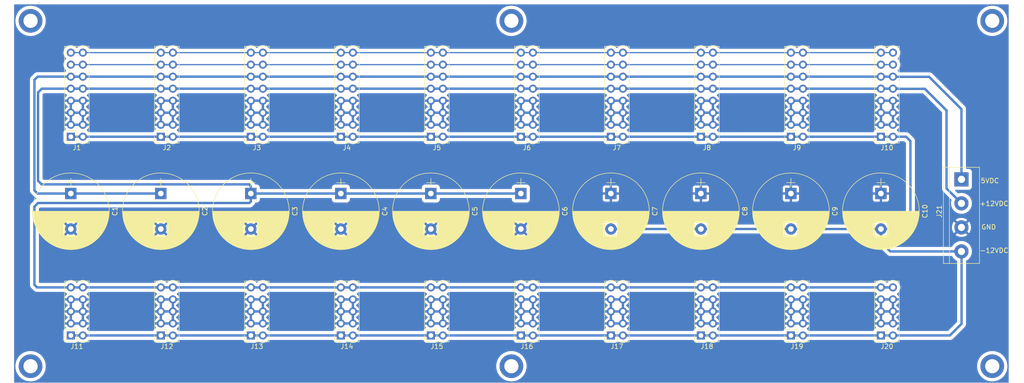
<source format=kicad_pcb>
(kicad_pcb (version 20241229) (generator "pcbnew") (generator_version "9.0")
  (layers (0 "F.Cu" signal) (2 "B.Cu" signal) (13 "F.Paste" user) (15 "B.Paste" user) (5 "F.SilkS" user "F.Silkscreen") (7 "B.SilkS" user "B.Silkscreen") (1 "F.Mask" user) (3 "B.Mask" user) (25 "Edge.Cuts" user))
  (net 0 "")
  (net 1 "/Gate")
  (net 2 "/CV")
  (net 3 "/0VDC")
  (net 4 "/+5VDC")
  (net 5 "/+12VDC")
  (net 6 "/-12VDC")
  (footprint "Socket_Strips:Socket_Strip_Straight_2x08_Pitch2.54mm" (layer "F.Cu") (at 12 26 180)
    (property "Reference" "J1")
    (property "Value" "Conn_02x08_Odd_Even")
  )
  (footprint "Socket_Strips:Socket_Strip_Straight_2x08_Pitch2.54mm" (layer "F.Cu") (at 31 26 180)
    (property "Reference" "J2")
    (property "Value" "Conn_02x08_Odd_Even")
  )
  (footprint "Socket_Strips:Socket_Strip_Straight_2x08_Pitch2.54mm" (layer "F.Cu") (at 50 26 180)
    (property "Reference" "J3")
    (property "Value" "Conn_02x08_Odd_Even")
  )
  (footprint "Socket_Strips:Socket_Strip_Straight_2x08_Pitch2.54mm" (layer "F.Cu") (at 69 26 180)
    (property "Reference" "J4")
    (property "Value" "Conn_02x08_Odd_Even")
  )
  (footprint "Socket_Strips:Socket_Strip_Straight_2x08_Pitch2.54mm" (layer "F.Cu") (at 88 26 180)
    (property "Reference" "J5")
    (property "Value" "Conn_02x08_Odd_Even")
  )
  (footprint "Socket_Strips:Socket_Strip_Straight_2x08_Pitch2.54mm" (layer "F.Cu") (at 107 26 180)
    (property "Reference" "J6")
    (property "Value" "Conn_02x08_Odd_Even")
  )
  (footprint "Socket_Strips:Socket_Strip_Straight_2x08_Pitch2.54mm" (layer "F.Cu") (at 126 26 180)
    (property "Reference" "J7")
    (property "Value" "Conn_02x08_Odd_Even")
  )
  (footprint "Socket_Strips:Socket_Strip_Straight_2x08_Pitch2.54mm" (layer "F.Cu") (at 145 26 180)
    (property "Reference" "J8")
    (property "Value" "Conn_02x08_Odd_Even")
  )
  (footprint "Socket_Strips:Socket_Strip_Straight_2x08_Pitch2.54mm" (layer "F.Cu") (at 164 26 180)
    (property "Reference" "J9")
    (property "Value" "Conn_02x08_Odd_Even")
  )
  (footprint "Socket_Strips:Socket_Strip_Straight_2x08_Pitch2.54mm" (layer "F.Cu") (at 183 26 180)
    (property "Reference" "J10")
    (property "Value" "Conn_02x08_Odd_Even")
  )
  (footprint "Socket_Strips:Socket_Strip_Straight_2x05_Pitch2.54mm" (layer "F.Cu") (at 164 68 180)
    (property "Reference" "J19")
    (property "Value" "Conn_02x05_Odd_Even")
  )
  (footprint "Socket_Strips:Socket_Strip_Straight_2x05_Pitch2.54mm" (layer "F.Cu") (at 183 68 180)
    (property "Reference" "J20")
    (property "Value" "Conn_02x05_Odd_Even")
  )
  (footprint "Socket_Strips:Socket_Strip_Straight_2x05_Pitch2.54mm" (layer "F.Cu") (at 145 68 180)
    (property "Reference" "J18")
    (property "Value" "Conn_02x05_Odd_Even")
  )
  (footprint "Socket_Strips:Socket_Strip_Straight_2x05_Pitch2.54mm" (layer "F.Cu") (at 107 68 180)
    (property "Reference" "J16")
    (property "Value" "Conn_02x05_Odd_Even")
  )
  (footprint "Socket_Strips:Socket_Strip_Straight_2x05_Pitch2.54mm" (layer "F.Cu") (at 12 68 180)
    (property "Reference" "J11")
    (property "Value" "Conn_02x05_Odd_Even")
  )
  (footprint "Socket_Strips:Socket_Strip_Straight_2x05_Pitch2.54mm" (layer "F.Cu") (at 50 68 180)
    (property "Reference" "J13")
    (property "Value" "Conn_02x05_Odd_Even")
  )
  (footprint "Socket_Strips:Socket_Strip_Straight_2x05_Pitch2.54mm" (layer "F.Cu") (at 69 68 180)
    (property "Reference" "J14")
    (property "Value" "Conn_02x05_Odd_Even")
  )
  (footprint "Socket_Strips:Socket_Strip_Straight_2x05_Pitch2.54mm" (layer "F.Cu") (at 88 68 180)
    (property "Reference" "J15")
    (property "Value" "Conn_02x05_Odd_Even")
  )
  (footprint "Socket_Strips:Socket_Strip_Straight_2x05_Pitch2.54mm" (layer "F.Cu") (at 31 68 180)
    (property "Reference" "J12")
    (property "Value" "Conn_02x05_Odd_Even")
  )
  (footprint "Socket_Strips:Socket_Strip_Straight_2x05_Pitch2.54mm" (layer "F.Cu") (at 126 68 180)
    (property "Reference" "J17")
    (property "Value" "Conn_02x05_Odd_Even")
  )
  (footprint "Capacitors_THT:CP_Radial_D16.0mm_P7.50mm" (layer "F.Cu") (at 12 38 -90)
    (property "Reference" "C1")
    (property "Value" "2200uF")
  )
  (footprint "Capacitors_THT:CP_Radial_D16.0mm_P7.50mm" (layer "F.Cu") (at 31 38 -90)
    (property "Reference" "C2")
    (property "Value" "2200uF")
  )
  (footprint "Capacitors_THT:CP_Radial_D16.0mm_P7.50mm" (layer "F.Cu") (at 69 38 -90)
    (property "Reference" "C4")
    (property "Value" "2200uF")
  )
  (footprint "Capacitors_THT:CP_Radial_D16.0mm_P7.50mm" (layer "F.Cu") (at 145 38 -90)
    (property "Reference" "C8")
    (property "Value" "2200uF")
  )
  (footprint "Capacitors_THT:CP_Radial_D16.0mm_P7.50mm" (layer "F.Cu") (at 88 38 -90)
    (property "Reference" "C5")
    (property "Value" "2200uF")
  )
  (footprint "Capacitors_THT:CP_Radial_D16.0mm_P7.50mm" (layer "F.Cu") (at 164 38 -90)
    (property "Reference" "C9")
    (property "Value" "2200uF")
  )
  (footprint "Connectors_Terminal_Blocks:TerminalBlock_bornier-4_P5.08mm" (layer "F.Cu") (at 200 35 -90)
    (property "Reference" "J21")
    (property "Value" "Screw_Terminal_01x04")
  )
  (footprint "Capacitors_THT:CP_Radial_D16.0mm_P7.50mm" (layer "F.Cu") (at 50 38 -90)
    (property "Reference" "C3")
    (property "Value" "2200uF")
  )
  (footprint "Capacitors_THT:CP_Radial_D16.0mm_P7.50mm" (layer "F.Cu") (at 183 38 -90)
    (property "Reference" "C10")
    (property "Value" "2200uF")
  )
  (footprint "Capacitors_THT:CP_Radial_D16.0mm_P7.50mm" (layer "F.Cu") (at 107 38 -90)
    (property "Reference" "C6")
    (property "Value" "2200uF")
  )
  (footprint "Capacitors_THT:CP_Radial_D16.0mm_P7.50mm" (layer "F.Cu") (at 126 38 -90)
    (property "Reference" "C7")
    (property "Value" "2200uF")
  )
  (footprint "Custom_Library:Mount_Hole_3mm" (layer "F.Cu") (at 105 1.5)
    (property "Reference" "REF**" (hide yes))
    (property "Value" "Mount_Hole_3mm")
  )
  (footprint "Custom_Library:Mount_Hole_3mm" (layer "F.Cu") (at 105 74.5)
    (property "Reference" "REF**" (hide yes))
    (property "Value" "Mount_Hole_3mm")
  )
  (footprint "Custom_Library:Mount_Hole_3mm" (layer "F.Cu") (at 206.5 1.5)
    (property "Reference" "REF**" (hide yes))
    (property "Value" "Mount_Hole_3mm")
  )
  (footprint "Custom_Library:Mount_Hole_3mm" (layer "F.Cu") (at 206.5 74.5)
    (property "Reference" "REF**" (hide yes))
    (property "Value" "Mount_Hole_3mm")
  )
  (footprint "Custom_Library:Mount_Hole_3mm" (layer "F.Cu") (at 3.5 1.5)
    (property "Reference" "REF**" (hide yes))
    (property "Value" "Mount_Hole_3mm")
  )
  (footprint "Custom_Library:Mount_Hole_3mm" (layer "F.Cu") (at 3.5 74.5)
    (property "Reference" "REF**" (hide yes))
    (property "Value" "Mount_Hole_3mm")
  )
  (gr_line (start 210 78) (end 210 -2) (stroke (width 0.05)) (layer "Edge.Cuts"))
  (gr_line (start 0 78) (end 210 78) (stroke (width 0.05)) (layer "Edge.Cuts"))
  (gr_line (start 0 -2) (end 0 78) (stroke (width 0.05)) (layer "Edge.Cuts"))
  (gr_line (start 210 -2) (end 0 -2) (stroke (width 0.05)) (layer "Edge.Cuts"))
  (gr_text "+12VDC" (at 206.883 40.132 0) (layer "F.SilkS") (effects (font (size 1 1))))
  (gr_text "-12VDC" (at 206.883 50.038 0) (layer "F.SilkS") (effects (font (size 1 1))))
  (gr_text "GND" (at 205.74 45.085 0) (layer "F.SilkS") (effects (font (size 1 1))))
  (gr_text "5VDC" (at 205.994 35.306 0) (layer "F.SilkS") (effects (font (size 1 1))))
  (segment (start 166.54 8.22) (end 167.742081 8.22) (width 0.25) (layer "B.Cu") (net 1))
  (segment (start 13.202081 8.22) (end 14.54 8.22) (width 0.25) (layer "B.Cu") (net 1))
  (segment (start 108.202081 8.22) (end 109.54 8.22) (width 0.25) (layer "B.Cu") (net 1))
  (segment (start 128.54 8.22) (end 145 8.22) (width 0.25) (layer "B.Cu") (net 1))
  (segment (start 126 8.22) (end 128.54 8.22) (width 0.25) (layer "B.Cu") (net 1))
  (segment (start 147.54 8.22) (end 164 8.22) (width 0.25) (layer "B.Cu") (net 1))
  (segment (start 31 8.22) (end 32.202081 8.22) (width 0.25) (layer "B.Cu") (net 1))
  (segment (start 71.54 8.22) (end 88 8.22) (width 0.25) (layer "B.Cu") (net 1))
  (segment (start 107 8.22) (end 108.202081 8.22) (width 0.25) (layer "B.Cu") (net 1))
  (segment (start 164 8.22) (end 165.202081 8.22) (width 0.25) (layer "B.Cu") (net 1))
  (segment (start 165.202081 8.22) (end 166.54 8.22) (width 0.25) (layer "B.Cu") (net 1))
  (segment (start 70.202081 8.22) (end 71.54 8.22) (width 0.25) (layer "B.Cu") (net 1))
  (segment (start 69 8.22) (end 70.202081 8.22) (width 0.25) (layer "B.Cu") (net 1))
  (segment (start 145 8.22) (end 147.54 8.22) (width 0.25) (layer "B.Cu") (net 1))
  (segment (start 167.742081 8.22) (end 183 8.22) (width 0.25) (layer "B.Cu") (net 1))
  (segment (start 14.54 8.22) (end 15.742081 8.22) (width 0.25) (layer "B.Cu") (net 1))
  (segment (start 109.54 8.22) (end 110.742081 8.22) (width 0.25) (layer "B.Cu") (net 1))
  (segment (start 32.202081 8.22) (end 33.54 8.22) (width 0.25) (layer "B.Cu") (net 1))
  (segment (start 12 8.22) (end 13.202081 8.22) (width 0.25) (layer "B.Cu") (net 1))
  (segment (start 52.54 8.22) (end 69 8.22) (width 0.25) (layer "B.Cu") (net 1))
  (segment (start 15.742081 8.22) (end 31 8.22) (width 0.25) (layer "B.Cu") (net 1))
  (segment (start 90.54 8.22) (end 107 8.22) (width 0.25) (layer "B.Cu") (net 1))
  (segment (start 110.742081 8.22) (end 126 8.22) (width 0.25) (layer "B.Cu") (net 1))
  (segment (start 50 8.22) (end 52.54 8.22) (width 0.25) (layer "B.Cu") (net 1))
  (segment (start 33.54 8.22) (end 50 8.22) (width 0.25) (layer "B.Cu") (net 1))
  (segment (start 89.202081 8.22) (end 90.54 8.22) (width 0.25) (layer "B.Cu") (net 1))
  (segment (start 88 8.22) (end 89.202081 8.22) (width 0.25) (layer "B.Cu") (net 1))
  (segment (start 183 8.22) (end 185.54 8.22) (width 0.25) (layer "B.Cu") (net 1))
  (segment (start 147.54 10.76) (end 164 10.76) (width 0.25) (layer "B.Cu") (net 2))
  (segment (start 128.54 10.76) (end 129.742081 10.76) (width 0.25) (layer "B.Cu") (net 2))
  (segment (start 52.54 10.76) (end 69 10.76) (width 0.25) (layer "B.Cu") (net 2))
  (segment (start 32.202081 10.76) (end 33.54 10.76) (width 0.25) (layer "B.Cu") (net 2))
  (segment (start 33.54 10.76) (end 50 10.76) (width 0.25) (layer "B.Cu") (net 2))
  (segment (start 90.54 10.76) (end 107 10.76) (width 0.25) (layer "B.Cu") (net 2))
  (segment (start 126 10.76) (end 128.54 10.76) (width 0.25) (layer "B.Cu") (net 2))
  (segment (start 12 10.76) (end 13.202081 10.76) (width 0.25) (layer "B.Cu") (net 2))
  (segment (start 129.742081 10.76) (end 145 10.76) (width 0.25) (layer "B.Cu") (net 2))
  (segment (start 31 10.76) (end 32.202081 10.76) (width 0.25) (layer "B.Cu") (net 2))
  (segment (start 110.742081 10.76) (end 126 10.76) (width 0.25) (layer "B.Cu") (net 2))
  (segment (start 88 10.76) (end 90.54 10.76) (width 0.25) (layer "B.Cu") (net 2))
  (segment (start 70.202081 10.76) (end 71.54 10.76) (width 0.25) (layer "B.Cu") (net 2))
  (segment (start 166.54 10.76) (end 183 10.76) (width 0.25) (layer "B.Cu") (net 2))
  (segment (start 109.54 10.76) (end 110.742081 10.76) (width 0.25) (layer "B.Cu") (net 2))
  (segment (start 71.54 10.76) (end 72.742081 10.76) (width 0.25) (layer "B.Cu") (net 2))
  (segment (start 183 10.76) (end 184.202081 10.76) (width 0.25) (layer "B.Cu") (net 2))
  (segment (start 69 10.76) (end 70.202081 10.76) (width 0.25) (layer "B.Cu") (net 2))
  (segment (start 14.54 10.76) (end 31 10.76) (width 0.25) (layer "B.Cu") (net 2))
  (segment (start 184.202081 10.76) (end 185.54 10.76) (width 0.25) (layer "B.Cu") (net 2))
  (segment (start 164 10.76) (end 165.202081 10.76) (width 0.25) (layer "B.Cu") (net 2))
  (segment (start 13.202081 10.76) (end 14.54 10.76) (width 0.25) (layer "B.Cu") (net 2))
  (segment (start 50 10.76) (end 52.54 10.76) (width 0.25) (layer "B.Cu") (net 2))
  (segment (start 107 10.76) (end 108.202081 10.76) (width 0.25) (layer "B.Cu") (net 2))
  (segment (start 145 10.76) (end 147.54 10.76) (width 0.25) (layer "B.Cu") (net 2))
  (segment (start 165.202081 10.76) (end 166.54 10.76) (width 0.25) (layer "B.Cu") (net 2))
  (segment (start 72.742081 10.76) (end 88 10.76) (width 0.25) (layer "B.Cu") (net 2))
  (segment (start 108.202081 10.76) (end 109.54 10.76) (width 0.25) (layer "B.Cu") (net 2))
  (segment (start 185.54 13.3) (end 185.575 13.335) (width 0.5) (layer "B.Cu") (net 4))
  (segment (start 4.988 13.3) (end 12 13.3) (width 0.5) (layer "B.Cu") (net 4))
  (segment (start 71.54 13.3) (end 72.742081 13.3) (width 0.5) (layer "B.Cu") (net 4))
  (segment (start 72.742081 13.3) (end 88 13.3) (width 0.5) (layer "B.Cu") (net 4))
  (segment (start 185.575 13.335) (end 193.167 13.335) (width 0.5) (layer "B.Cu") (net 4))
  (segment (start 31 13.3) (end 14.54 13.3) (width 0.5) (layer "B.Cu") (net 4))
  (segment (start 31 38) (end 29.3 38) (width 0.5) (layer "B.Cu") (net 4))
  (segment (start 90.54 13.3) (end 107 13.3) (width 0.5) (layer "B.Cu") (net 4))
  (segment (start 14.54 13.3) (end 12 13.3) (width 0.5) (layer "B.Cu") (net 4))
  (segment (start 4.98 38) (end 4.318 37.338) (width 0.5) (layer "B.Cu") (net 4))
  (segment (start 4.318 37.338) (end 4.318 13.97) (width 0.5) (layer "B.Cu") (net 4))
  (segment (start 166.54 13.3) (end 183 13.3) (width 0.5) (layer "B.Cu") (net 4))
  (segment (start 128.54 13.3) (end 145 13.3) (width 0.5) (layer "B.Cu") (net 4))
  (segment (start 183 13.3) (end 185.54 13.3) (width 0.5) (layer "B.Cu") (net 4))
  (segment (start 4.318 13.97) (end 4.988 13.3) (width 0.5) (layer "B.Cu") (net 4))
  (segment (start 126 13.3) (end 128.54 13.3) (width 0.5) (layer "B.Cu") (net 4))
  (segment (start 50 13.3) (end 48.797919 13.3) (width 0.5) (layer "B.Cu") (net 4))
  (segment (start 110.742081 13.3) (end 126 13.3) (width 0.5) (layer "B.Cu") (net 4))
  (segment (start 33.54 13.3) (end 31 13.3) (width 0.5) (layer "B.Cu") (net 4))
  (segment (start 88 13.3) (end 90.54 13.3) (width 0.5) (layer "B.Cu") (net 4))
  (segment (start 109.54 13.3) (end 110.742081 13.3) (width 0.5) (layer "B.Cu") (net 4))
  (segment (start 29.3 38) (end 12 38) (width 0.5) (layer "B.Cu") (net 4))
  (segment (start 107 13.3) (end 109.54 13.3) (width 0.5) (layer "B.Cu") (net 4))
  (segment (start 69 13.3) (end 71.54 13.3) (width 0.5) (layer "B.Cu") (net 4))
  (segment (start 164 13.3) (end 166.54 13.3) (width 0.5) (layer "B.Cu") (net 4))
  (segment (start 52.54 13.3) (end 50 13.3) (width 0.5) (layer "B.Cu") (net 4))
  (segment (start 200 20.168) (end 200 35) (width 0.5) (layer "B.Cu") (net 4))
  (segment (start 193.167 13.335) (end 200 20.168) (width 0.5) (layer "B.Cu") (net 4))
  (segment (start 145 13.3) (end 147.54 13.3) (width 0.5) (layer "B.Cu") (net 4))
  (segment (start 147.54 13.3) (end 164 13.3) (width 0.5) (layer "B.Cu") (net 4))
  (segment (start 48.797919 13.3) (end 33.54 13.3) (width 0.5) (layer "B.Cu") (net 4))
  (segment (start 52.54 13.3) (end 69 13.3) (width 0.5) (layer "B.Cu") (net 4))
  (segment (start 12 38) (end 4.98 38) (width 0.5) (layer "B.Cu") (net 4))
  (segment (start 31 57.84) (end 33.54 57.84) (width 0.5) (layer "B.Cu") (net 5))
  (segment (start 145 57.84) (end 147.54 57.84) (width 0.5) (layer "B.Cu") (net 5))
  (segment (start 147.54 15.84) (end 164 15.84) (width 0.5) (layer "B.Cu") (net 5))
  (segment (start 5.08 40.005) (end 49.695 40.005) (width 0.5) (layer "B.Cu") (net 5))
  (segment (start 166.54 15.84) (end 167.742081 15.84) (width 0.5) (layer "B.Cu") (net 5))
  (segment (start 185.54 15.84) (end 186.742081 15.84) (width 0.5) (layer "B.Cu") (net 5))
  (segment (start 107 57.84) (end 109.54 57.84) (width 0.5) (layer "B.Cu") (net 5))
  (segment (start 33.54 15.84) (end 34.742081 15.84) (width 0.5) (layer "B.Cu") (net 5))
  (segment (start 12 15.84) (end 14.54 15.84) (width 0.5) (layer "B.Cu") (net 5))
  (segment (start 89.7 38) (end 107 38) (width 0.5) (layer "B.Cu") (net 5))
  (segment (start 14.54 57.84) (end 15.742081 57.84) (width 0.5) (layer "B.Cu") (net 5))
  (segment (start 145 15.84) (end 147.54 15.84) (width 0.5) (layer "B.Cu") (net 5))
  (segment (start 183 57.84) (end 185.54 57.84) (width 0.5) (layer "B.Cu") (net 5))
  (segment (start 183 15.84) (end 185.54 15.84) (width 0.5) (layer "B.Cu") (net 5))
  (segment (start 50 36.411) (end 50 38) (width 0.5) (layer "B.Cu") (net 5))
  (segment (start 4.318 57.277) (end 4.318 40.767) (width 0.5) (layer "B.Cu") (net 5))
  (segment (start 50 57.84) (end 52.54 57.84) (width 0.5) (layer "B.Cu") (net 5))
  (segment (start 5.08 35.306) (end 5.842 36.068) (width 0.5) (layer "B.Cu") (net 5))
  (segment (start 5.877 15.84) (end 5.08 16.637) (width 0.5) (layer "B.Cu") (net 5))
  (segment (start 196.85 20.447) (end 196.85 36.93) (width 0.5) (layer "B.Cu") (net 5))
  (segment (start 69 15.84) (end 71.54 15.84) (width 0.5) (layer "B.Cu") (net 5))
  (segment (start 109.54 57.84) (end 110.742081 57.84) (width 0.5) (layer "B.Cu") (net 5))
  (segment (start 192.278 15.875) (end 196.85 20.447) (width 0.5) (layer "B.Cu") (net 5))
  (segment (start 49.695 40.005) (end 50 39.7) (width 0.5) (layer "B.Cu") (net 5))
  (segment (start 33.54 57.84) (end 50 57.84) (width 0.5) (layer "B.Cu") (net 5))
  (segment (start 52.54 57.84) (end 69 57.84) (width 0.5) (layer "B.Cu") (net 5))
  (segment (start 128.54 15.84) (end 145 15.84) (width 0.5) (layer "B.Cu") (net 5))
  (segment (start 15.742081 57.84) (end 31 57.84) (width 0.5) (layer "B.Cu") (net 5))
  (segment (start 167.742081 15.84) (end 183 15.84) (width 0.5) (layer "B.Cu") (net 5))
  (segment (start 5.842 36.068) (end 49.657 36.068) (width 0.5) (layer "B.Cu") (net 5))
  (segment (start 50 15.84) (end 52.54 15.84) (width 0.5) (layer "B.Cu") (net 5))
  (segment (start 90.54 57.84) (end 107 57.84) (width 0.5) (layer "B.Cu") (net 5))
  (segment (start 5.08 16.637) (end 5.08 35.306) (width 0.5) (layer "B.Cu") (net 5))
  (segment (start 69 57.84) (end 71.54 57.84) (width 0.5) (layer "B.Cu") (net 5))
  (segment (start 110.742081 57.84) (end 126 57.84) (width 0.5) (layer "B.Cu") (net 5))
  (segment (start 88 38) (end 89.7 38) (width 0.5) (layer "B.Cu") (net 5))
  (segment (start 166.54 57.84) (end 183 57.84) (width 0.5) (layer "B.Cu") (net 5))
  (segment (start 72.742081 15.84) (end 88 15.84) (width 0.5) (layer "B.Cu") (net 5))
  (segment (start 126 15.84) (end 128.54 15.84) (width 0.5) (layer "B.Cu") (net 5))
  (segment (start 88 15.84) (end 90.54 15.84) (width 0.5) (layer "B.Cu") (net 5))
  (segment (start 70.7 38) (end 88 38) (width 0.5) (layer "B.Cu") (net 5))
  (segment (start 186.777081 15.875) (end 192.278 15.875) (width 0.5) (layer "B.Cu") (net 5))
  (segment (start 31 15.84) (end 33.54 15.84) (width 0.5) (layer "B.Cu") (net 5))
  (segment (start 50 38) (end 69 38) (width 0.5) (layer "B.Cu") (net 5))
  (segment (start 147.54 57.84) (end 164 57.84) (width 0.5) (layer "B.Cu") (net 5))
  (segment (start 71.54 57.84) (end 72.742081 57.84) (width 0.5) (layer "B.Cu") (net 5))
  (segment (start 109.54 15.84) (end 126 15.84) (width 0.5) (layer "B.Cu") (net 5))
  (segment (start 88 57.84) (end 90.54 57.84) (width 0.5) (layer "B.Cu") (net 5))
  (segment (start 12 15.84) (end 5.877 15.84) (width 0.5) (layer "B.Cu") (net 5))
  (segment (start 34.742081 15.84) (end 50 15.84) (width 0.5) (layer "B.Cu") (net 5))
  (segment (start 12 57.84) (end 4.881 57.84) (width 0.5) (layer "B.Cu") (net 5))
  (segment (start 4.318 40.767) (end 5.08 40.005) (width 0.5) (layer "B.Cu") (net 5))
  (segment (start 72.742081 57.84) (end 88 57.84) (width 0.5) (layer "B.Cu") (net 5))
  (segment (start 14.54 15.84) (end 31 15.84) (width 0.5) (layer "B.Cu") (net 5))
  (segment (start 164 57.84) (end 166.54 57.84) (width 0.5) (layer "B.Cu") (net 5))
  (segment (start 128.54 57.84) (end 145 57.84) (width 0.5) (layer "B.Cu") (net 5))
  (segment (start 126 57.84) (end 128.54 57.84) (width 0.5) (layer "B.Cu") (net 5))
  (segment (start 196.85 36.93) (end 200 40.08) (width 0.5) (layer "B.Cu") (net 5))
  (segment (start 49.657 36.068) (end 50 36.411) (width 0.5) (layer "B.Cu") (net 5))
  (segment (start 12 57.84) (end 14.54 57.84) (width 0.5) (layer "B.Cu") (net 5))
  (segment (start 107 15.84) (end 109.54 15.84) (width 0.5) (layer "B.Cu") (net 5))
  (segment (start 52.54 15.84) (end 69 15.84) (width 0.5) (layer "B.Cu") (net 5))
  (segment (start 50 39.7) (end 50 38) (width 0.5) (layer "B.Cu") (net 5))
  (segment (start 4.881 57.84) (end 4.318 57.277) (width 0.5) (layer "B.Cu") (net 5))
  (segment (start 90.54 15.84) (end 107 15.84) (width 0.5) (layer "B.Cu") (net 5))
  (segment (start 71.54 15.84) (end 72.742081 15.84) (width 0.5) (layer "B.Cu") (net 5))
  (segment (start 69 38) (end 70.7 38) (width 0.5) (layer "B.Cu") (net 5))
  (segment (start 186.742081 15.84) (end 186.777081 15.875) (width 0.5) (layer "B.Cu") (net 5))
  (segment (start 164 15.84) (end 166.54 15.84) (width 0.5) (layer "B.Cu") (net 5))
  (segment (start 197.87868 50.24) (end 200 50.24) (width 0.5) (layer "B.Cu") (net 6))
  (segment (start 90.54 68) (end 107 68) (width 0.5) (layer "B.Cu") (net 6))
  (segment (start 145 26) (end 147.54 26) (width 0.5) (layer "B.Cu") (net 6))
  (segment (start 184.987 50.24) (end 197.87868 50.24) (width 0.5) (layer "B.Cu") (net 6))
  (segment (start 53.742081 26) (end 69 26) (width 0.5) (layer "B.Cu") (net 6))
  (segment (start 31 26) (end 33.54 26) (width 0.5) (layer "B.Cu") (net 6))
  (segment (start 88 26) (end 90.54 26) (width 0.5) (layer "B.Cu") (net 6))
  (segment (start 183 45.5) (end 184.697056 45.5) (width 0.5) (layer "B.Cu") (net 6))
  (segment (start 200.025 65.532) (end 200.025 50.265) (width 0.5) (layer "B.Cu") (net 6))
  (segment (start 189.23 43.942) (end 189.23 26.924) (width 0.5) (layer "B.Cu") (net 6))
  (segment (start 107 26) (end 109.54 26) (width 0.5) (layer "B.Cu") (net 6))
  (segment (start 33.54 26) (end 50 26) (width 0.5) (layer "B.Cu") (net 6))
  (segment (start 31 68) (end 33.54 68) (width 0.5) (layer "B.Cu") (net 6))
  (segment (start 183 48.253) (end 184.987 50.24) (width 0.5) (layer "B.Cu") (net 6))
  (segment (start 69 26) (end 71.54 26) (width 0.5) (layer "B.Cu") (net 6))
  (segment (start 14.54 68) (end 31 68) (width 0.5) (layer "B.Cu") (net 6))
  (segment (start 183 68) (end 185.54 68) (width 0.5) (layer "B.Cu") (net 6))
  (segment (start 14.54 26) (end 31 26) (width 0.5) (layer "B.Cu") (net 6))
  (segment (start 183 26) (end 185.54 26) (width 0.5) (layer "B.Cu") (net 6))
  (segment (start 12 26) (end 14.54 26) (width 0.5) (layer "B.Cu") (net 6))
  (segment (start 50 26) (end 52.54 26) (width 0.5) (layer "B.Cu") (net 6))
  (segment (start 166.54 68) (end 167.742081 68) (width 0.5) (layer "B.Cu") (net 6))
  (segment (start 183 45.5) (end 183 48.253) (width 0.5) (layer "B.Cu") (net 6))
  (segment (start 12 68) (end 14.54 68) (width 0.5) (layer "B.Cu") (net 6))
  (segment (start 164 45.5) (end 183 45.5) (width 0.5) (layer "B.Cu") (net 6))
  (segment (start 145 68) (end 147.54 68) (width 0.5) (layer "B.Cu") (net 6))
  (segment (start 185.54 68) (end 197.557 68) (width 0.5) (layer "B.Cu") (net 6))
  (segment (start 71.54 68) (end 88 68) (width 0.5) (layer "B.Cu") (net 6))
  (segment (start 126 45.5) (end 145 45.5) (width 0.5) (layer "B.Cu") (net 6))
  (segment (start 188.306 26) (end 185.54 26) (width 0.5) (layer "B.Cu") (net 6))
  (segment (start 72.742081 26) (end 88 26) (width 0.5) (layer "B.Cu") (net 6))
  (segment (start 33.54 68) (end 50 68) (width 0.5) (layer "B.Cu") (net 6))
  (segment (start 187.706 45.466) (end 189.23 43.942) (width 0.5) (layer "B.Cu") (net 6))
  (segment (start 107 68) (end 109.54 68) (width 0.5) (layer "B.Cu") (net 6))
  (segment (start 147.54 26) (end 164 26) (width 0.5) (layer "B.Cu") (net 6))
  (segment (start 52.54 26) (end 53.742081 26) (width 0.5) (layer "B.Cu") (net 6))
  (segment (start 146.697056 45.5) (end 164 45.5) (width 0.5) (layer "B.Cu") (net 6))
  (segment (start 128.54 26) (end 145 26) (width 0.5) (layer "B.Cu") (net 6))
  (segment (start 164 26) (end 166.54 26) (width 0.5) (layer "B.Cu") (net 6))
  (segment (start 50 68) (end 52.54 68) (width 0.5) (layer "B.Cu") (net 6))
  (segment (start 184.697056 45.5) (end 184.731056 45.466) (width 0.5) (layer "B.Cu") (net 6))
  (segment (start 147.54 68) (end 164 68) (width 0.5) (layer "B.Cu") (net 6))
  (segment (start 109.54 68) (end 126 68) (width 0.5) (layer "B.Cu") (net 6))
  (segment (start 90.54 26) (end 107 26) (width 0.5) (layer "B.Cu") (net 6))
  (segment (start 88 68) (end 90.54 68) (width 0.5) (layer "B.Cu") (net 6))
  (segment (start 166.54 26) (end 183 26) (width 0.5) (layer "B.Cu") (net 6))
  (segment (start 145 45.5) (end 146.697056 45.5) (width 0.5) (layer "B.Cu") (net 6))
  (segment (start 200.025 50.265) (end 200 50.24) (width 0.5) (layer "B.Cu") (net 6))
  (segment (start 128.54 68) (end 145 68) (width 0.5) (layer "B.Cu") (net 6))
  (segment (start 71.54 26) (end 72.742081 26) (width 0.5) (layer "B.Cu") (net 6))
  (segment (start 126 68) (end 128.54 68) (width 0.5) (layer "B.Cu") (net 6))
  (segment (start 167.742081 68) (end 183 68) (width 0.5) (layer "B.Cu") (net 6))
  (segment (start 164 68) (end 166.54 68) (width 0.5) (layer "B.Cu") (net 6))
  (segment (start 184.731056 45.466) (end 187.706 45.466) (width 0.5) (layer "B.Cu") (net 6))
  (segment (start 109.54 26) (end 126 26) (width 0.5) (layer "B.Cu") (net 6))
  (segment (start 189.23 26.924) (end 188.306 26) (width 0.5) (layer "B.Cu") (net 6))
  (segment (start 69 68) (end 71.54 68) (width 0.5) (layer "B.Cu") (net 6))
  (segment (start 126 26) (end 128.54 26) (width 0.5) (layer "B.Cu") (net 6))
  (segment (start 52.54 68) (end 69 68) (width 0.5) (layer "B.Cu") (net 6))
  (segment (start 197.557 68) (end 200.025 65.532) (width 0.5) (layer "B.Cu") (net 6))
  (zone (net 3) (net_name "/0VDC") (layer "B.Cu") (connect_pads (clearance 0.7)) (min_thickness 0.254) (fill yes (thermal_gap 0.508) (thermal_bridge_width 0.508))
    (polygon (pts (xy 210.058 77.978) (xy 0 77.978) (xy 0 -2.032) (xy 210.058 -2.032)))
  )
)
</source>
